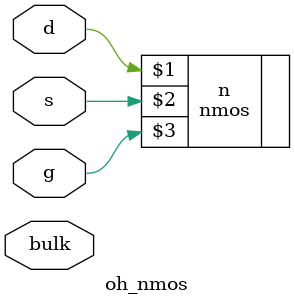
<source format=v>

module oh_nmos #(parameter DEBUG = "true", 
		 parameter MODEL = "nmos",
		 parameter W     = "0",
		 parameter L     = "0",
		 parameter M     = "0",
		 parameter NF    = "0"
		 )
   (
    input  bulk,
    input  g,
    input  s,
    inout  d
    );
   
   // Primitive Device
   nmos n (d, s, g);
   
   // Debug information
   generate
      if (DEBUG=="true") begin: n
	 initial
	   begin
	      $display("inst=%m model=%s w=%0d l=%0d m=%0d nf=%0d",
		       MODEL,W,L,M,NF);	  
	   end
      end
   endgenerate
   
endmodule


</source>
